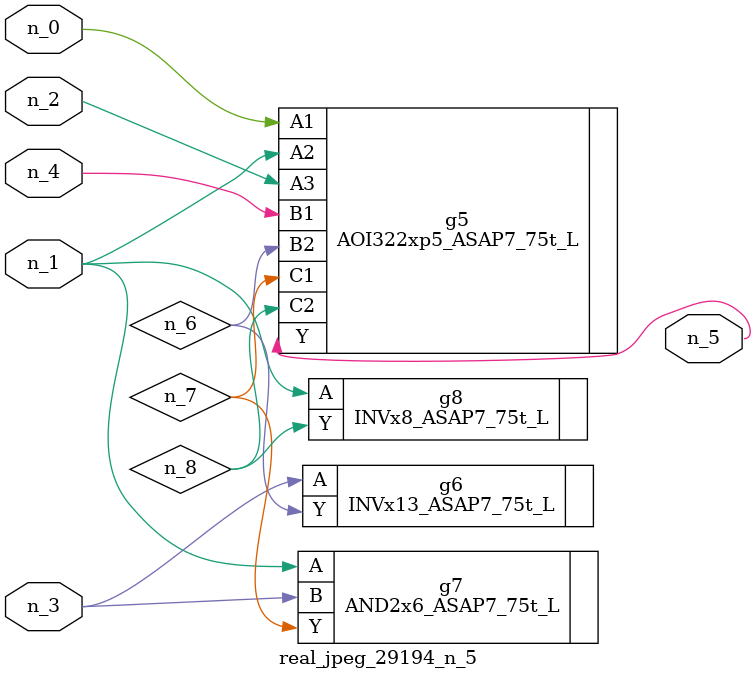
<source format=v>
module real_jpeg_29194_n_5 (n_4, n_0, n_1, n_2, n_3, n_5);

input n_4;
input n_0;
input n_1;
input n_2;
input n_3;

output n_5;

wire n_8;
wire n_6;
wire n_7;

AOI322xp5_ASAP7_75t_L g5 ( 
.A1(n_0),
.A2(n_1),
.A3(n_2),
.B1(n_4),
.B2(n_6),
.C1(n_7),
.C2(n_8),
.Y(n_5)
);

AND2x6_ASAP7_75t_L g7 ( 
.A(n_1),
.B(n_3),
.Y(n_7)
);

INVx8_ASAP7_75t_L g8 ( 
.A(n_1),
.Y(n_8)
);

INVx13_ASAP7_75t_L g6 ( 
.A(n_3),
.Y(n_6)
);


endmodule
</source>
